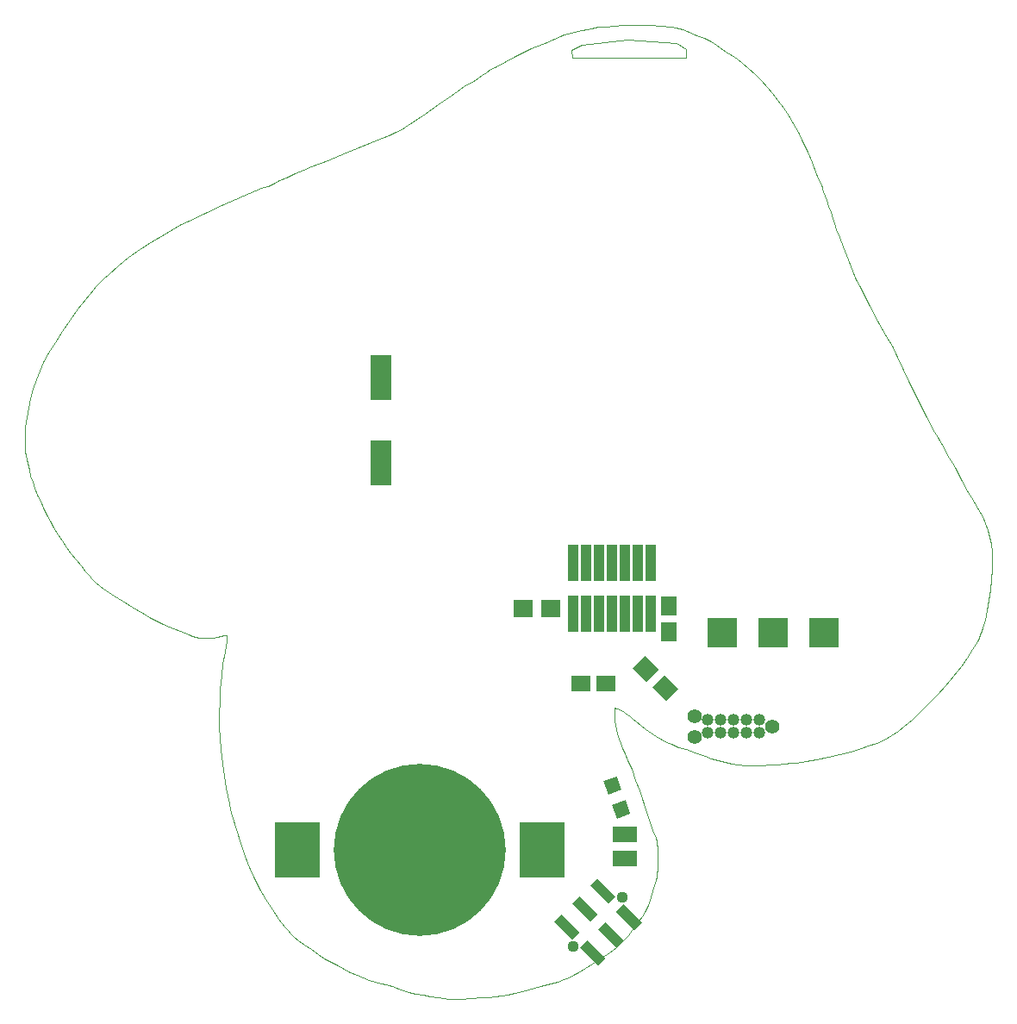
<source format=gbs>
%TF.GenerationSoftware,KiCad,Pcbnew,4.0.5+dfsg1-4*%
%TF.CreationDate,2019-11-28T21:25:46-08:00*%
%TF.ProjectId,VineBadge2020,56696E654261646765323032302E6B69,rev?*%
%TF.FileFunction,Soldermask,Bot*%
%FSLAX46Y46*%
G04 Gerber Fmt 4.6, Leading zero omitted, Abs format (unit mm)*
G04 Created by KiCad (PCBNEW 4.0.5+dfsg1-4) date Thu Nov 28 21:25:46 2019*
%MOMM*%
%LPD*%
G01*
G04 APERTURE LIST*
%ADD10C,0.100000*%
%ADD11R,2.429460X1.540460*%
%ADD12R,1.900000X1.650000*%
%ADD13R,1.650000X1.900000*%
%ADD14R,1.900000X1.700000*%
%ADD15R,4.400000X5.500000*%
%ADD16C,16.900000*%
%ADD17R,1.000000X3.600000*%
%ADD18C,1.390600*%
%ADD19C,1.187400*%
%ADD20R,2.000000X4.400000*%
%ADD21R,2.900000X2.900000*%
%ADD22C,1.120000*%
G04 APERTURE END LIST*
D10*
X135672421Y-141921116D02*
X135025389Y-141832416D01*
X135025389Y-141832416D02*
X134316972Y-141718351D01*
X134316972Y-141718351D02*
X133585642Y-141585231D01*
X133585642Y-141585231D02*
X132869876Y-141439363D01*
X132869876Y-141439363D02*
X132208147Y-141287056D01*
X132208147Y-141287056D02*
X131638930Y-141134619D01*
X131638930Y-141134619D02*
X131200700Y-140988360D01*
X131200700Y-140988360D02*
X131042728Y-140919520D01*
X131042728Y-140919520D02*
X130931931Y-140854590D01*
X130931931Y-140854590D02*
X130797893Y-140794510D01*
X130797893Y-140794510D02*
X130553602Y-140712160D01*
X130553602Y-140712160D02*
X130267718Y-140631320D01*
X130267718Y-140631320D02*
X130008901Y-140575760D01*
X130008901Y-140575760D02*
X129460359Y-140467654D01*
X129460359Y-140467654D02*
X128893379Y-140315190D01*
X128893379Y-140315190D02*
X128306935Y-140121361D01*
X128306935Y-140121361D02*
X127699998Y-139889158D01*
X127699998Y-139889158D02*
X127071541Y-139621573D01*
X127071541Y-139621573D02*
X126420536Y-139321599D01*
X126420536Y-139321599D02*
X125046771Y-138636449D01*
X125046771Y-138636449D02*
X124535018Y-138351508D01*
X124535018Y-138351508D02*
X123927302Y-137981001D01*
X123927302Y-137981001D02*
X123265558Y-137553840D01*
X123265558Y-137553840D02*
X122591723Y-137098940D01*
X122591723Y-137098940D02*
X121947732Y-136645214D01*
X121947732Y-136645214D02*
X121375519Y-136221576D01*
X121375519Y-136221576D02*
X120917020Y-135856941D01*
X120917020Y-135856941D02*
X120614171Y-135580221D01*
X120614171Y-135580221D02*
X120315025Y-135250531D01*
X120315025Y-135250531D02*
X120010689Y-134889147D01*
X120010689Y-134889147D02*
X119392691Y-134081774D01*
X119392691Y-134081774D02*
X118772661Y-133179057D01*
X118772661Y-133179057D02*
X118163086Y-132201953D01*
X118163086Y-132201953D02*
X117576452Y-131171416D01*
X117576452Y-131171416D02*
X117025244Y-130108403D01*
X117025244Y-130108403D02*
X116521948Y-129033869D01*
X116521948Y-129033869D02*
X116079051Y-127968769D01*
X116079051Y-127968769D02*
X115813685Y-127192023D01*
X115813685Y-127192023D02*
X115637071Y-126644247D01*
X115637071Y-126644247D02*
X114851051Y-123923258D01*
X114851051Y-123923258D02*
X114704019Y-123377545D01*
X114704019Y-123377545D02*
X114557889Y-122744575D01*
X114557889Y-122744575D02*
X114413736Y-122030713D01*
X114413736Y-122030713D02*
X114272636Y-121242323D01*
X114272636Y-121242323D02*
X114003898Y-119467422D01*
X114003898Y-119467422D02*
X113760281Y-117470788D01*
X113760281Y-117470788D02*
X113659795Y-116333215D01*
X113659795Y-116333215D02*
X113601545Y-115157308D01*
X113601545Y-115157308D02*
X113585175Y-113952798D01*
X113585175Y-113952798D02*
X113610315Y-112729414D01*
X113610315Y-112729414D02*
X113676605Y-111496888D01*
X113676605Y-111496888D02*
X113783681Y-110264951D01*
X113783681Y-110264951D02*
X113931183Y-109043333D01*
X113931183Y-109043333D02*
X114118748Y-107841764D01*
X114118748Y-107841764D02*
X114297726Y-106737864D01*
X114297726Y-106737864D02*
X114343046Y-106392933D01*
X114343046Y-106392933D02*
X114348846Y-106255418D01*
X114348846Y-106255418D02*
X114258856Y-106255552D01*
X114258856Y-106255552D02*
X114043279Y-106285392D01*
X114043279Y-106285392D02*
X113364595Y-106413471D01*
X113364595Y-106413471D02*
X112974684Y-106483811D01*
X112974684Y-106483811D02*
X112605346Y-106526181D01*
X112605346Y-106526181D02*
X112252206Y-106540211D01*
X112252206Y-106540211D02*
X111910889Y-106525511D01*
X111910889Y-106525511D02*
X111577021Y-106481711D01*
X111577021Y-106481711D02*
X111246233Y-106408421D01*
X111246233Y-106408421D02*
X110914139Y-106305276D01*
X110914139Y-106305276D02*
X110576371Y-106171894D01*
X110576371Y-106171894D02*
X109765694Y-105841926D01*
X109765694Y-105841926D02*
X108675011Y-105421578D01*
X108675011Y-105421578D02*
X108077598Y-105172283D01*
X108077598Y-105172283D02*
X107404644Y-104851816D01*
X107404644Y-104851816D02*
X106738608Y-104501489D01*
X106738608Y-104501489D02*
X106161951Y-104162614D01*
X106161951Y-104162614D02*
X105038834Y-103465196D01*
X105038834Y-103465196D02*
X104055981Y-102875691D01*
X104055981Y-102875691D02*
X103661216Y-102634428D01*
X103661216Y-102634428D02*
X103207651Y-102337949D01*
X103207651Y-102337949D02*
X102252030Y-101671891D01*
X102252030Y-101671891D02*
X101444945Y-101062609D01*
X101444945Y-101062609D02*
X101177049Y-100837102D01*
X101177049Y-100837102D02*
X101042221Y-100695199D01*
X101042221Y-100695199D02*
X100838844Y-100431968D01*
X100838844Y-100431968D02*
X100480651Y-100008812D01*
X100480651Y-100008812D02*
X99980424Y-99419472D01*
X99980424Y-99419472D02*
X99495778Y-98816786D01*
X99495778Y-98816786D02*
X99027691Y-98202512D01*
X99027691Y-98202512D02*
X98577142Y-97578411D01*
X98577142Y-97578411D02*
X98145108Y-96946240D01*
X98145108Y-96946240D02*
X97732568Y-96307759D01*
X97732568Y-96307759D02*
X97340499Y-95664727D01*
X97340499Y-95664727D02*
X96969880Y-95018902D01*
X96969880Y-95018902D02*
X96621689Y-94372045D01*
X96621689Y-94372045D02*
X96296903Y-93725913D01*
X96296903Y-93725913D02*
X95996501Y-93082265D01*
X95996501Y-93082265D02*
X95721461Y-92442861D01*
X95721461Y-92442861D02*
X95472761Y-91809460D01*
X95472761Y-91809460D02*
X95251379Y-91183821D01*
X95251379Y-91183821D02*
X95058293Y-90567702D01*
X95058293Y-90567702D02*
X94894481Y-89962863D01*
X94894481Y-89962863D02*
X94664032Y-88980819D01*
X94664032Y-88980819D02*
X94588655Y-88589558D01*
X94588655Y-88589558D02*
X94535796Y-88231601D01*
X94535796Y-88231601D02*
X94502420Y-87882044D01*
X94502420Y-87882044D02*
X94485492Y-87515985D01*
X94485492Y-87515985D02*
X94488842Y-86634746D01*
X94488842Y-86634746D02*
X94505910Y-86206974D01*
X94505910Y-86206974D02*
X94538714Y-85765193D01*
X94538714Y-85765193D02*
X94649137Y-84849041D01*
X94649137Y-84849041D02*
X94815327Y-83905170D01*
X94815327Y-83905170D02*
X95032496Y-82952456D01*
X95032496Y-82952456D02*
X95295859Y-82009779D01*
X95295859Y-82009779D02*
X95600631Y-81096017D01*
X95600631Y-81096017D02*
X95942024Y-80230049D01*
X95942024Y-80230049D02*
X96315252Y-79430753D01*
X96315252Y-79430753D02*
X96833894Y-78479280D01*
X96833894Y-78479280D02*
X97459502Y-77437775D01*
X97459502Y-77437775D02*
X98162589Y-76348061D01*
X98162589Y-76348061D02*
X98913665Y-75251963D01*
X98913665Y-75251963D02*
X99683243Y-74191303D01*
X99683243Y-74191303D02*
X100441834Y-73207905D01*
X100441834Y-73207905D02*
X101159950Y-72343594D01*
X101159950Y-72343594D02*
X101494615Y-71969165D01*
X101494615Y-71969165D02*
X101808102Y-71640192D01*
X101808102Y-71640192D02*
X102240961Y-71215205D01*
X102240961Y-71215205D02*
X102696539Y-70790775D01*
X102696539Y-70790775D02*
X103668570Y-69948664D01*
X103668570Y-69948664D02*
X104709627Y-69124019D01*
X104709627Y-69124019D02*
X105805147Y-68327000D01*
X105805147Y-68327000D02*
X106940563Y-67567770D01*
X106940563Y-67567770D02*
X108101310Y-66856487D01*
X108101310Y-66856487D02*
X109272822Y-66203313D01*
X109272822Y-66203313D02*
X109858062Y-65901692D01*
X109858062Y-65901692D02*
X110440532Y-65618409D01*
X110440532Y-65618409D02*
X114018287Y-63948449D01*
X114018287Y-63948449D02*
X115151995Y-63435895D01*
X115151995Y-63435895D02*
X115905842Y-63112190D01*
X115905842Y-63112190D02*
X117715072Y-62319111D01*
X117715072Y-62319111D02*
X117940699Y-62261661D01*
X117940699Y-62261661D02*
X118348877Y-62105243D01*
X118348877Y-62105243D02*
X118881660Y-61873744D01*
X118881660Y-61873744D02*
X119481102Y-61591054D01*
X119481102Y-61591054D02*
X120187159Y-61258905D01*
X120187159Y-61258905D02*
X121010244Y-60892740D01*
X121010244Y-60892740D02*
X121848071Y-60537016D01*
X121848071Y-60537016D02*
X122598352Y-60236189D01*
X122598352Y-60236189D02*
X124268352Y-59579254D01*
X124268352Y-59579254D02*
X125994392Y-58880015D01*
X125994392Y-58880015D02*
X129526272Y-57426082D01*
X129526272Y-57426082D02*
X130254829Y-57114893D01*
X130254829Y-57114893D02*
X130933081Y-56803220D01*
X130933081Y-56803220D02*
X131485256Y-56527252D01*
X131485256Y-56527252D02*
X131835582Y-56323178D01*
X131835582Y-56323178D02*
X133780972Y-55022769D01*
X133780972Y-55022769D02*
X135102206Y-54125923D01*
X135102206Y-54125923D02*
X136309972Y-53264503D01*
X136309972Y-53264503D02*
X137240639Y-52604256D01*
X137240639Y-52604256D02*
X137628618Y-52349178D01*
X137628618Y-52349178D02*
X137895652Y-52191091D01*
X137895652Y-52191091D02*
X138421495Y-51871149D01*
X138421495Y-51871149D02*
X139041582Y-51435034D01*
X139041582Y-51435034D02*
X139382873Y-51194808D01*
X139382873Y-51194808D02*
X139804131Y-50924276D01*
X139804131Y-50924276D02*
X140251839Y-50656584D01*
X140251839Y-50656584D02*
X140672482Y-50424877D01*
X140672482Y-50424877D02*
X142702902Y-49343954D01*
X142702902Y-49343954D02*
X143194531Y-49088761D01*
X143194531Y-49088761D02*
X143729778Y-48829785D01*
X143729778Y-48829785D02*
X144244013Y-48597293D01*
X144244013Y-48597293D02*
X144672602Y-48421551D01*
X144672602Y-48421551D02*
X145565609Y-48062389D01*
X145565609Y-48062389D02*
X146472702Y-47666197D01*
X146472702Y-47666197D02*
X147110982Y-47396595D01*
X147110982Y-47396595D02*
X147442464Y-47280875D01*
X147442464Y-47280875D02*
X147813871Y-47168966D01*
X147813871Y-47168966D02*
X148771548Y-46929859D01*
X148771548Y-46929859D02*
X150174192Y-46625817D01*
X150174192Y-46625817D02*
X150787157Y-46521450D01*
X150787157Y-46521450D02*
X151519688Y-46437363D01*
X151519688Y-46437363D02*
X152345180Y-46374419D01*
X152345180Y-46374419D02*
X153237027Y-46333477D01*
X153237027Y-46333477D02*
X154168622Y-46315401D01*
X154168622Y-46315401D02*
X155113358Y-46321052D01*
X155113358Y-46321052D02*
X156044630Y-46351288D01*
X156044630Y-46351288D02*
X156935832Y-46406972D01*
X156935832Y-46406972D02*
X158030677Y-46505703D01*
X158030677Y-46505703D02*
X158430722Y-46561768D01*
X158430722Y-46561768D02*
X158784188Y-46635137D01*
X158784188Y-46635137D02*
X159129828Y-46735436D01*
X159129828Y-46735436D02*
X159506397Y-46872292D01*
X159506397Y-46872292D02*
X160507332Y-47294180D01*
X160507332Y-47294180D02*
X161212581Y-47617127D01*
X161212581Y-47617127D02*
X161875998Y-47950792D01*
X161875998Y-47950792D02*
X162423040Y-48255839D01*
X162423040Y-48255839D02*
X162779162Y-48492935D01*
X162779162Y-48492935D02*
X163362461Y-48922885D01*
X163362461Y-48922885D02*
X163962102Y-49309754D01*
X163962102Y-49309754D02*
X164450714Y-49629753D01*
X164450714Y-49629753D02*
X164996024Y-50048763D01*
X164996024Y-50048763D02*
X165580192Y-50549475D01*
X165580192Y-50549475D02*
X166185377Y-51114581D01*
X166185377Y-51114581D02*
X166793738Y-51726774D01*
X166793738Y-51726774D02*
X167387434Y-52368745D01*
X167387434Y-52368745D02*
X167948626Y-53023188D01*
X167948626Y-53023188D02*
X168459472Y-53672791D01*
X168459472Y-53672791D02*
X168994275Y-54417591D01*
X168994275Y-54417591D02*
X169499247Y-55184442D01*
X169499247Y-55184442D02*
X169980831Y-55985647D01*
X169980831Y-55985647D02*
X170445468Y-56833507D01*
X170445468Y-56833507D02*
X170899600Y-57740326D01*
X170899600Y-57740326D02*
X171349669Y-58718406D01*
X171349669Y-58718406D02*
X171802115Y-59780048D01*
X171802115Y-59780048D02*
X172263382Y-60937557D01*
X172263382Y-60937557D02*
X172791802Y-62222823D01*
X172791802Y-62222823D02*
X172828622Y-62365942D01*
X172828622Y-62365942D02*
X172928868Y-62659131D01*
X172928868Y-62659131D02*
X173258404Y-63524840D01*
X173258404Y-63524840D02*
X173463200Y-64065459D01*
X173463200Y-64065459D02*
X173675901Y-64671436D01*
X173675901Y-64671436D02*
X173871371Y-65268671D01*
X173871371Y-65268671D02*
X174024474Y-65783067D01*
X174024474Y-65783067D02*
X174208932Y-66367614D01*
X174208932Y-66367614D02*
X174489788Y-67155853D01*
X174489788Y-67155853D02*
X174828864Y-68044517D01*
X174828864Y-68044517D02*
X175187984Y-68930334D01*
X175187984Y-68930334D02*
X175798198Y-70412535D01*
X175798198Y-70412535D02*
X176052004Y-71082605D01*
X176052004Y-71082605D02*
X176155974Y-71326088D01*
X176155974Y-71326088D02*
X176435830Y-71887277D01*
X176435830Y-71887277D02*
X177330868Y-73600482D01*
X177330868Y-73600482D02*
X178352459Y-75497635D01*
X178352459Y-75497635D02*
X179115944Y-76854153D01*
X179115944Y-76854153D02*
X179668284Y-77833061D01*
X179668284Y-77833061D02*
X180138844Y-78755936D01*
X180138844Y-78755936D02*
X181412864Y-81404844D01*
X181412864Y-81404844D02*
X182985844Y-84665039D01*
X182985844Y-84665039D02*
X183286066Y-85277387D01*
X183286066Y-85277387D02*
X183577706Y-85840069D01*
X183577706Y-85840069D02*
X183827426Y-86290681D01*
X183827426Y-86290681D02*
X184001884Y-86566822D01*
X184001884Y-86566822D02*
X184153504Y-86792901D01*
X184153504Y-86792901D02*
X184341034Y-87107208D01*
X184341034Y-87107208D02*
X184728467Y-87834163D01*
X184728467Y-87834163D02*
X185103771Y-88550099D01*
X185103771Y-88550099D02*
X185413757Y-89063991D01*
X185413757Y-89063991D02*
X185577393Y-89324994D01*
X185577393Y-89324994D02*
X185828167Y-89762119D01*
X185828167Y-89762119D02*
X186454527Y-90921006D01*
X186454527Y-90921006D02*
X187145858Y-92190670D01*
X187145858Y-92190670D02*
X187466961Y-92747707D01*
X187466961Y-92747707D02*
X187716477Y-93155138D01*
X187716477Y-93155138D02*
X188160300Y-93878038D01*
X188160300Y-93878038D02*
X188535434Y-94575716D01*
X188535434Y-94575716D02*
X188844938Y-95257710D01*
X188844938Y-95257710D02*
X189091870Y-95933558D01*
X189091870Y-95933558D02*
X189279285Y-96612799D01*
X189279285Y-96612799D02*
X189410243Y-97304971D01*
X189410243Y-97304971D02*
X189487803Y-98019611D01*
X189487803Y-98019611D02*
X189515023Y-98766259D01*
X189515023Y-98766259D02*
X189493933Y-99715172D01*
X189493933Y-99715172D02*
X189426633Y-100723241D01*
X189426633Y-100723241D02*
X189318334Y-101757609D01*
X189318334Y-101757609D02*
X189174238Y-102785419D01*
X189174238Y-102785419D02*
X188999551Y-103773813D01*
X188999551Y-103773813D02*
X188799478Y-104689933D01*
X188799478Y-104689933D02*
X188579226Y-105500922D01*
X188579226Y-105500922D02*
X188463159Y-105856724D01*
X188463159Y-105856724D02*
X188343999Y-106173921D01*
X188343999Y-106173921D02*
X188200028Y-106502067D01*
X188200028Y-106502067D02*
X188026643Y-106851137D01*
X188026643Y-106851137D02*
X187596293Y-107605852D01*
X187596293Y-107605852D02*
X187062266Y-108425670D01*
X187062266Y-108425670D02*
X186433879Y-109298192D01*
X186433879Y-109298192D02*
X185720449Y-110211023D01*
X185720449Y-110211023D02*
X184931293Y-111151764D01*
X184931293Y-111151764D02*
X184075730Y-112108020D01*
X184075730Y-112108020D02*
X183163076Y-113067393D01*
X183163076Y-113067393D02*
X182346514Y-113880224D01*
X182346514Y-113880224D02*
X181604227Y-114572113D01*
X181604227Y-114572113D02*
X180911982Y-115160019D01*
X180911982Y-115160019D02*
X180245546Y-115660900D01*
X180245546Y-115660900D02*
X179580687Y-116091716D01*
X179580687Y-116091716D02*
X178893172Y-116469426D01*
X178893172Y-116469426D02*
X178158769Y-116810988D01*
X178158769Y-116810988D02*
X177353246Y-117133362D01*
X177353246Y-117133362D02*
X176602872Y-117382243D01*
X176602872Y-117382243D02*
X175640622Y-117653449D01*
X175640622Y-117653449D02*
X174542385Y-117930344D01*
X174542385Y-117930344D02*
X173384047Y-118196296D01*
X173384047Y-118196296D02*
X172241498Y-118434671D01*
X172241498Y-118434671D02*
X171190624Y-118628834D01*
X171190624Y-118628834D02*
X170307314Y-118762153D01*
X170307314Y-118762153D02*
X169952211Y-118800793D01*
X169952211Y-118800793D02*
X169667456Y-118817993D01*
X169667456Y-118817993D02*
X169192006Y-118829133D01*
X169192006Y-118829133D02*
X168141412Y-118936329D01*
X168141412Y-118936329D02*
X168060232Y-118948559D01*
X168060232Y-118948559D02*
X168093212Y-118949260D01*
X168093212Y-118949260D02*
X168109872Y-118949055D01*
X168109872Y-118949055D02*
X168103872Y-118950455D01*
X168103872Y-118950455D02*
X167955833Y-118964245D01*
X167955833Y-118964245D02*
X166637799Y-119077707D01*
X166637799Y-119077707D02*
X165959631Y-119079907D01*
X165959631Y-119079907D02*
X165275066Y-119046167D01*
X165275066Y-119046167D02*
X164588385Y-118977187D01*
X164588385Y-118977187D02*
X163903874Y-118873733D01*
X163903874Y-118873733D02*
X163225814Y-118736559D01*
X163225814Y-118736559D02*
X162558490Y-118566420D01*
X162558490Y-118566420D02*
X161906184Y-118364073D01*
X161906184Y-118364073D02*
X161273179Y-118130275D01*
X161273179Y-118130275D02*
X160294503Y-117763143D01*
X160294503Y-117763143D02*
X159411399Y-117469600D01*
X159411399Y-117469600D02*
X158652305Y-117219187D01*
X158652305Y-117219187D02*
X157971789Y-116955745D01*
X157971789Y-116955745D02*
X157536274Y-116746088D01*
X157536274Y-116746088D02*
X157041934Y-116475342D01*
X157041934Y-116475342D02*
X156512730Y-116159326D01*
X156512730Y-116159326D02*
X155972623Y-115813860D01*
X155972623Y-115813860D02*
X155445575Y-115454766D01*
X155445575Y-115454766D02*
X154955547Y-115097861D01*
X154955547Y-115097861D02*
X154526502Y-114758967D01*
X154526502Y-114758967D02*
X154182399Y-114453903D01*
X154182399Y-114453903D02*
X153955120Y-114247314D01*
X153955120Y-114247314D02*
X153717411Y-114053804D01*
X153717411Y-114053804D02*
X153476011Y-113877483D01*
X153476011Y-113877483D02*
X153237659Y-113722457D01*
X153237659Y-113722457D02*
X153009095Y-113592837D01*
X153009095Y-113592837D02*
X152797057Y-113492729D01*
X152797057Y-113492729D02*
X152608285Y-113426239D01*
X152608285Y-113426239D02*
X152449519Y-113397479D01*
X152449519Y-113397479D02*
X152426089Y-113625489D01*
X152426089Y-113625489D02*
X152417489Y-114176524D01*
X152417489Y-114176524D02*
X152433619Y-114608153D01*
X152433619Y-114608153D02*
X152480069Y-115044325D01*
X152480069Y-115044325D02*
X152557319Y-115486778D01*
X152557319Y-115486778D02*
X152665840Y-115937253D01*
X152665840Y-115937253D02*
X152806114Y-116397489D01*
X152806114Y-116397489D02*
X152978617Y-116869225D01*
X152978617Y-116869225D02*
X153183826Y-117354201D01*
X153183826Y-117354201D02*
X153422218Y-117854155D01*
X153422218Y-117854155D02*
X153720709Y-118512229D01*
X153720709Y-118512229D02*
X154087877Y-119416851D01*
X154087877Y-119416851D02*
X154477138Y-120448765D01*
X154477138Y-120448765D02*
X154841908Y-121488710D01*
X154841908Y-121488710D02*
X155569196Y-123627022D01*
X155569196Y-123627022D02*
X156170558Y-125349489D01*
X156170558Y-125349489D02*
X156448477Y-126163185D01*
X156448477Y-126163185D02*
X156538607Y-126482071D01*
X156538607Y-126482071D02*
X156602177Y-126775825D01*
X156602177Y-126775825D02*
X156643687Y-127069579D01*
X156643687Y-127069579D02*
X156667627Y-127388464D01*
X156667627Y-127388464D02*
X156680767Y-128202160D01*
X156680767Y-128202160D02*
X156663947Y-128984474D01*
X156663947Y-128984474D02*
X156639647Y-129315129D01*
X156639647Y-129315129D02*
X156601347Y-129628497D01*
X156601347Y-129628497D02*
X156546487Y-129941866D01*
X156546487Y-129941866D02*
X156472507Y-130272520D01*
X156472507Y-130272520D02*
X156256947Y-131054834D01*
X156256947Y-131054834D02*
X155874629Y-132249401D01*
X155874629Y-132249401D02*
X155692925Y-132758497D01*
X155692925Y-132758497D02*
X155548517Y-133118513D01*
X155548517Y-133118513D02*
X155376165Y-133450975D01*
X155376165Y-133450975D02*
X155130331Y-133854613D01*
X155130331Y-133854613D02*
X154829017Y-134305055D01*
X154829017Y-134305055D02*
X154490222Y-134777927D01*
X154490222Y-134777927D02*
X154131948Y-135248859D01*
X154131948Y-135248859D02*
X153772195Y-135693477D01*
X153772195Y-135693477D02*
X153428965Y-136087409D01*
X153428965Y-136087409D02*
X153120257Y-136406284D01*
X153120257Y-136406284D02*
X152567507Y-136935363D01*
X152567507Y-136935363D02*
X152284692Y-137187555D01*
X152284692Y-137187555D02*
X151907407Y-137385403D01*
X151907407Y-137385403D02*
X150225707Y-138482255D01*
X150225707Y-138482255D02*
X148897874Y-139333482D01*
X148897874Y-139333482D02*
X148401704Y-139619264D01*
X148401704Y-139619264D02*
X147934773Y-139848527D01*
X147934773Y-139848527D02*
X147435139Y-140048802D01*
X147435139Y-140048802D02*
X146840859Y-140247614D01*
X146840859Y-140247614D02*
X145120587Y-140750964D01*
X145120587Y-140750964D02*
X143322725Y-141243252D01*
X143322725Y-141243252D02*
X142594868Y-141419092D01*
X142594868Y-141419092D02*
X141935743Y-141556651D01*
X141935743Y-141556651D02*
X141311361Y-141662372D01*
X141311361Y-141662372D02*
X140687731Y-141742692D01*
X140687731Y-141742692D02*
X140030866Y-141804062D01*
X140030866Y-141804062D02*
X139306777Y-141852922D01*
X139306777Y-141852922D02*
X137269147Y-141982671D01*
X137269147Y-141982671D02*
X136933020Y-141993481D01*
X136933020Y-141993481D02*
X136519912Y-141985381D01*
X136519912Y-141985381D02*
X136082219Y-141960521D01*
X136082219Y-141960521D02*
X135672337Y-141920931D01*
X135672337Y-141920931D02*
X135672377Y-141920992D01*
X135672377Y-141920992D02*
X135672421Y-141921116D01*
X149184032Y-48226688D02*
X153719747Y-47754217D01*
X153719747Y-47754217D02*
X158538944Y-48084946D01*
X158538944Y-48084946D02*
X159460260Y-48722781D01*
X159460260Y-48722781D02*
X159483890Y-49549604D01*
X159483890Y-49549604D02*
X148262715Y-49549604D01*
X148262715Y-49549604D02*
X148215465Y-48793652D01*
X148215465Y-48793652D02*
X149184028Y-48226688D01*
X149184028Y-48226688D02*
X149184032Y-48226688D01*
D11*
X153416000Y-125796040D03*
X153416000Y-128203960D03*
D10*
G36*
X151329276Y-120581013D02*
X152644846Y-120102185D01*
X153123674Y-121417755D01*
X151808104Y-121896583D01*
X151329276Y-120581013D01*
X151329276Y-120581013D01*
G37*
G36*
X152184326Y-122930245D02*
X153499896Y-122451417D01*
X153978724Y-123766987D01*
X152663154Y-124245815D01*
X152184326Y-122930245D01*
X152184326Y-122930245D01*
G37*
D12*
X149118000Y-110998000D03*
X151618000Y-110998000D03*
D13*
X157734000Y-105898000D03*
X157734000Y-103398000D03*
D10*
G36*
X154236614Y-109464695D02*
X155438695Y-108262614D01*
X156782198Y-109606117D01*
X155580117Y-110808198D01*
X154236614Y-109464695D01*
X154236614Y-109464695D01*
G37*
G36*
X156145802Y-111373883D02*
X157347883Y-110171802D01*
X158691386Y-111515305D01*
X157489305Y-112717386D01*
X156145802Y-111373883D01*
X156145802Y-111373883D01*
G37*
D14*
X146130000Y-103670000D03*
X143430000Y-103670000D03*
D15*
X121299200Y-127304800D03*
X145299200Y-127304800D03*
D16*
X133299200Y-127304800D03*
D17*
X155984000Y-99160000D03*
X155984000Y-104160000D03*
X154714000Y-99160000D03*
X154714000Y-104160000D03*
X153444000Y-99160000D03*
X153444000Y-104160000D03*
X152174000Y-99160000D03*
X152174000Y-104160000D03*
X150904000Y-99160000D03*
X150904000Y-104160000D03*
X149634000Y-99160000D03*
X149634000Y-104160000D03*
X148364000Y-99160000D03*
X148364000Y-104160000D03*
D18*
X160274000Y-114173000D03*
X160274000Y-116205000D03*
X167894000Y-115189000D03*
D19*
X166624000Y-115824000D03*
X165354000Y-115824000D03*
X164084000Y-115824000D03*
X162814000Y-115824000D03*
X161544000Y-115824000D03*
X161544000Y-114554000D03*
X162814000Y-114554000D03*
X164084000Y-114554000D03*
X165354000Y-114554000D03*
X166624000Y-114554000D03*
D20*
X129489200Y-80940800D03*
X129489200Y-89340800D03*
D21*
X163000000Y-106000000D03*
X168000000Y-106000000D03*
X173000000Y-106000000D03*
D10*
G36*
X150764445Y-130124662D02*
X152546354Y-131906571D01*
X151825105Y-132627820D01*
X150043196Y-130845911D01*
X150764445Y-130124662D01*
X150764445Y-130124662D01*
G37*
G36*
X148996678Y-131892429D02*
X150778587Y-133674338D01*
X150057338Y-134395587D01*
X148275429Y-132613678D01*
X148996678Y-131892429D01*
X148996678Y-131892429D01*
G37*
G36*
X147228911Y-133660196D02*
X149010820Y-135442105D01*
X148289571Y-136163354D01*
X146507662Y-134381445D01*
X147228911Y-133660196D01*
X147228911Y-133660196D01*
G37*
G36*
X149774495Y-136205780D02*
X151556404Y-137987689D01*
X150835155Y-138708938D01*
X149053246Y-136927029D01*
X149774495Y-136205780D01*
X149774495Y-136205780D01*
G37*
G36*
X151542262Y-134438013D02*
X153324171Y-136219922D01*
X152602922Y-136941171D01*
X150821013Y-135159262D01*
X151542262Y-134438013D01*
X151542262Y-134438013D01*
G37*
G36*
X153310029Y-132670246D02*
X155091938Y-134452155D01*
X154370689Y-135173404D01*
X152588780Y-133391495D01*
X153310029Y-132670246D01*
X153310029Y-132670246D01*
G37*
D22*
X148395637Y-136820963D03*
X153203963Y-132012637D03*
M02*

</source>
